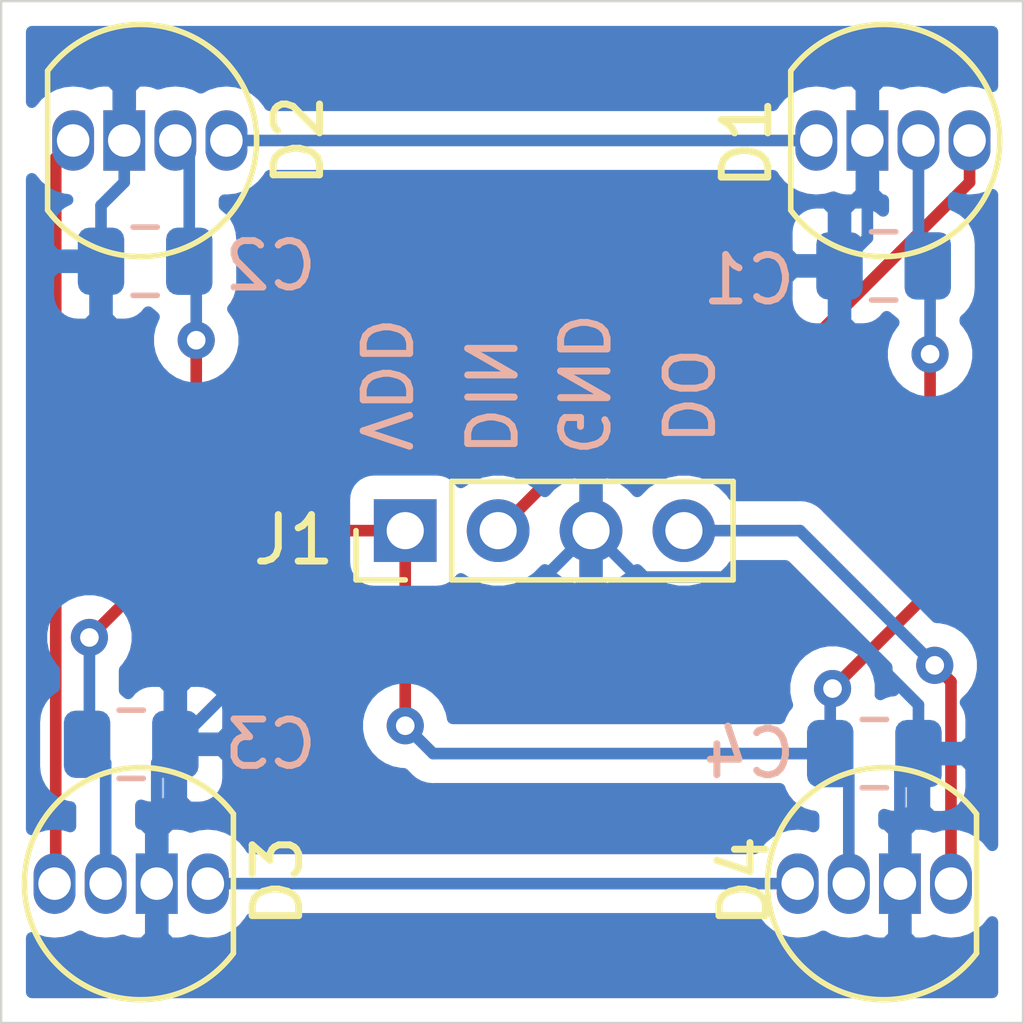
<source format=kicad_pcb>
(kicad_pcb (version 20171130) (host pcbnew 5.1.8+dfsg1-1+b1)

  (general
    (thickness 1.6)
    (drawings 10)
    (tracks 66)
    (zones 0)
    (modules 9)
    (nets 8)
  )

  (page A4)
  (layers
    (0 F.Cu signal)
    (31 B.Cu signal)
    (32 B.Adhes user)
    (33 F.Adhes user)
    (34 B.Paste user)
    (35 F.Paste user)
    (36 B.SilkS user)
    (37 F.SilkS user)
    (38 B.Mask user)
    (39 F.Mask user)
    (40 Dwgs.User user)
    (41 Cmts.User user)
    (42 Eco1.User user)
    (43 Eco2.User user)
    (44 Edge.Cuts user)
    (45 Margin user)
    (46 B.CrtYd user)
    (47 F.CrtYd user)
    (48 B.Fab user)
    (49 F.Fab user)
  )

  (setup
    (last_trace_width 0.25)
    (trace_clearance 0.2)
    (zone_clearance 0.508)
    (zone_45_only no)
    (trace_min 0.2)
    (via_size 0.8)
    (via_drill 0.4)
    (via_min_size 0.4)
    (via_min_drill 0.3)
    (uvia_size 0.3)
    (uvia_drill 0.1)
    (uvias_allowed no)
    (uvia_min_size 0.2)
    (uvia_min_drill 0.1)
    (edge_width 0.05)
    (segment_width 0.2)
    (pcb_text_width 0.3)
    (pcb_text_size 1.5 1.5)
    (mod_edge_width 0.12)
    (mod_text_size 1 1)
    (mod_text_width 0.15)
    (pad_size 1.524 1.524)
    (pad_drill 0.762)
    (pad_to_mask_clearance 0)
    (aux_axis_origin 0 0)
    (visible_elements FFFFFF7F)
    (pcbplotparams
      (layerselection 0x010fc_ffffffff)
      (usegerberextensions false)
      (usegerberattributes true)
      (usegerberadvancedattributes true)
      (creategerberjobfile true)
      (excludeedgelayer true)
      (linewidth 0.100000)
      (plotframeref false)
      (viasonmask false)
      (mode 1)
      (useauxorigin false)
      (hpglpennumber 1)
      (hpglpenspeed 20)
      (hpglpendiameter 15.000000)
      (psnegative false)
      (psa4output false)
      (plotreference true)
      (plotvalue true)
      (plotinvisibletext false)
      (padsonsilk false)
      (subtractmaskfromsilk false)
      (outputformat 1)
      (mirror false)
      (drillshape 0)
      (scaleselection 1)
      (outputdirectory "/tmp"))
  )

  (net 0 "")
  (net 1 "Net-(D1-Pad2)")
  (net 2 "Net-(D2-Pad2)")
  (net 3 "Net-(D3-Pad2)")
  (net 4 /GND)
  (net 5 /VDD)
  (net 6 /DIN)
  (net 7 /DO)

  (net_class Default "This is the default net class."
    (clearance 0.2)
    (trace_width 0.25)
    (via_dia 0.8)
    (via_drill 0.4)
    (uvia_dia 0.3)
    (uvia_drill 0.1)
    (add_net /DIN)
    (add_net /DO)
    (add_net /GND)
    (add_net /VDD)
    (add_net "Net-(D1-Pad2)")
    (add_net "Net-(D2-Pad2)")
    (add_net "Net-(D3-Pad2)")
  )

  (module pl:PL9823-F5 (layer F.Cu) (tedit 5FE4FDD4) (tstamp 5FE559C8)
    (at 197 95 180)
    (descr "integrate RGB LED with Control IC at same body")
    (tags rgb,led)
    (path /5FE50865)
    (fp_text reference D2 (at -3.4 0 90) (layer F.SilkS)
      (effects (font (size 1 1) (thickness 0.15)))
    )
    (fp_text value PL9823 (at 0.5 -3.5) (layer F.Fab) hide
      (effects (font (size 1 1) (thickness 0.15)))
    )
    (fp_line (start 2 -1.5) (end 2 1.5) (layer F.SilkS) (width 0.12))
    (fp_arc (start 0 0) (end 1.999999 -1.5) (angle -53.13010235) (layer F.SilkS) (width 0.12))
    (fp_arc (start 0 0) (end 0 -2.5) (angle -233.1301024) (layer F.SilkS) (width 0.12))
    (pad 2 thru_hole oval (at 1.45 0 180) (size 0.9 1.3) (drill 0.7) (layers *.Cu *.Mask)
      (net 2 "Net-(D2-Pad2)"))
    (pad 1 thru_hole rect (at 0.35 0 180) (size 0.9 1.3) (drill 0.7) (layers *.Cu *.Mask)
      (net 4 /GND))
    (pad 3 thru_hole oval (at -0.75 0 180) (size 0.9 1.3) (drill 0.7) (layers *.Cu *.Mask)
      (net 5 /VDD))
    (pad 4 thru_hole oval (at -1.85 0 180) (size 0.9 1.3) (drill 0.7) (layers *.Cu *.Mask)
      (net 1 "Net-(D1-Pad2)"))
  )

  (module Connector_PinHeader_2.00mm:PinHeader_1x04_P2.00mm_Vertical (layer F.Cu) (tedit 59FED667) (tstamp 5FE559F6)
    (at 202.7 103.4 90)
    (descr "Through hole straight pin header, 1x04, 2.00mm pitch, single row")
    (tags "Through hole pin header THT 1x04 2.00mm single row")
    (path /5FE524EF)
    (fp_text reference J1 (at -0.2 -2.4 180) (layer F.SilkS)
      (effects (font (size 1 1) (thickness 0.15)))
    )
    (fp_text value Conn_01x04_Male (at 0 8.06 90) (layer F.Fab) hide
      (effects (font (size 1 1) (thickness 0.15)))
    )
    (fp_line (start 1.5 -1.5) (end -1.5 -1.5) (layer F.CrtYd) (width 0.05))
    (fp_line (start 1.5 7.5) (end 1.5 -1.5) (layer F.CrtYd) (width 0.05))
    (fp_line (start -1.5 7.5) (end 1.5 7.5) (layer F.CrtYd) (width 0.05))
    (fp_line (start -1.5 -1.5) (end -1.5 7.5) (layer F.CrtYd) (width 0.05))
    (fp_line (start -1.06 -1.06) (end 0 -1.06) (layer F.SilkS) (width 0.12))
    (fp_line (start -1.06 0) (end -1.06 -1.06) (layer F.SilkS) (width 0.12))
    (fp_line (start -1.06 1) (end 1.06 1) (layer F.SilkS) (width 0.12))
    (fp_line (start 1.06 1) (end 1.06 7.06) (layer F.SilkS) (width 0.12))
    (fp_line (start -1.06 1) (end -1.06 7.06) (layer F.SilkS) (width 0.12))
    (fp_line (start -1.06 7.06) (end 1.06 7.06) (layer F.SilkS) (width 0.12))
    (fp_line (start -1 -0.5) (end -0.5 -1) (layer F.Fab) (width 0.1))
    (fp_line (start -1 7) (end -1 -0.5) (layer F.Fab) (width 0.1))
    (fp_line (start 1 7) (end -1 7) (layer F.Fab) (width 0.1))
    (fp_line (start 1 -1) (end 1 7) (layer F.Fab) (width 0.1))
    (fp_line (start -0.5 -1) (end 1 -1) (layer F.Fab) (width 0.1))
    (fp_text user %R (at 0 3) (layer F.Fab)
      (effects (font (size 1 1) (thickness 0.15)))
    )
    (pad 4 thru_hole oval (at 0 6 90) (size 1.35 1.35) (drill 0.8) (layers *.Cu *.Mask)
      (net 7 /DO))
    (pad 3 thru_hole oval (at 0 4 90) (size 1.35 1.35) (drill 0.8) (layers *.Cu *.Mask)
      (net 4 /GND))
    (pad 2 thru_hole oval (at 0 2 90) (size 1.35 1.35) (drill 0.8) (layers *.Cu *.Mask)
      (net 6 /DIN))
    (pad 1 thru_hole rect (at 0 0 90) (size 1.35 1.35) (drill 0.8) (layers *.Cu *.Mask)
      (net 5 /VDD))
    (model ${KISYS3DMOD}/Connector_PinHeader_2.00mm.3dshapes/PinHeader_1x04_P2.00mm_Vertical.wrl
      (at (xyz 0 0 0))
      (scale (xyz 1 1 1))
      (rotate (xyz 0 0 0))
    )
  )

  (module pl:PL9823-F5 (layer F.Cu) (tedit 5FE4FDD4) (tstamp 5FE55F4C)
    (at 213 111)
    (descr "integrate RGB LED with Control IC at same body")
    (tags rgb,led)
    (path /5FE51135)
    (fp_text reference D4 (at -3 -0.05 90) (layer F.SilkS)
      (effects (font (size 1 1) (thickness 0.15)))
    )
    (fp_text value PL9823 (at 0.5 -3.5) (layer F.Fab) hide
      (effects (font (size 1 1) (thickness 0.15)))
    )
    (fp_line (start 2 -1.5) (end 2 1.5) (layer F.SilkS) (width 0.12))
    (fp_arc (start 0 0) (end 1.999999 -1.5) (angle -53.13010235) (layer F.SilkS) (width 0.12))
    (fp_arc (start 0 0) (end 0 -2.5) (angle -233.1301024) (layer F.SilkS) (width 0.12))
    (pad 2 thru_hole oval (at 1.45 0) (size 0.9 1.3) (drill 0.7) (layers *.Cu *.Mask)
      (net 7 /DO))
    (pad 1 thru_hole rect (at 0.35 0) (size 0.9 1.3) (drill 0.7) (layers *.Cu *.Mask)
      (net 4 /GND))
    (pad 3 thru_hole oval (at -0.75 0) (size 0.9 1.3) (drill 0.7) (layers *.Cu *.Mask)
      (net 5 /VDD))
    (pad 4 thru_hole oval (at -1.85 0) (size 0.9 1.3) (drill 0.7) (layers *.Cu *.Mask)
      (net 3 "Net-(D3-Pad2)"))
  )

  (module pl:PL9823-F5 (layer F.Cu) (tedit 5FE4FDD4) (tstamp 5FE559D3)
    (at 197 111)
    (descr "integrate RGB LED with Control IC at same body")
    (tags rgb,led)
    (path /5FE50D40)
    (fp_text reference D3 (at 2.95 -0.05 90) (layer F.SilkS)
      (effects (font (size 1 1) (thickness 0.15)))
    )
    (fp_text value PL9823 (at 0.5 -3.5) (layer F.Fab) hide
      (effects (font (size 1 1) (thickness 0.15)))
    )
    (fp_line (start 2 -1.5) (end 2 1.5) (layer F.SilkS) (width 0.12))
    (fp_arc (start 0 0) (end 1.999999 -1.5) (angle -53.13010235) (layer F.SilkS) (width 0.12))
    (fp_arc (start 0 0) (end 0 -2.5) (angle -233.1301024) (layer F.SilkS) (width 0.12))
    (pad 2 thru_hole oval (at 1.45 0) (size 0.9 1.3) (drill 0.7) (layers *.Cu *.Mask)
      (net 3 "Net-(D3-Pad2)"))
    (pad 1 thru_hole rect (at 0.35 0) (size 0.9 1.3) (drill 0.7) (layers *.Cu *.Mask)
      (net 4 /GND))
    (pad 3 thru_hole oval (at -0.75 0) (size 0.9 1.3) (drill 0.7) (layers *.Cu *.Mask)
      (net 5 /VDD))
    (pad 4 thru_hole oval (at -1.85 0) (size 0.9 1.3) (drill 0.7) (layers *.Cu *.Mask)
      (net 2 "Net-(D2-Pad2)"))
  )

  (module pl:PL9823-F5 (layer F.Cu) (tedit 5FE4FDD4) (tstamp 5FE55B79)
    (at 213 95 180)
    (descr "integrate RGB LED with Control IC at same body")
    (tags rgb,led)
    (path /5FE504F0)
    (fp_text reference D1 (at 2.95 -0.05 90) (layer F.SilkS)
      (effects (font (size 1 1) (thickness 0.15)))
    )
    (fp_text value PL9823 (at 0.5 -3.5) (layer F.Fab) hide
      (effects (font (size 1 1) (thickness 0.15)))
    )
    (fp_line (start 2 -1.5) (end 2 1.5) (layer F.SilkS) (width 0.12))
    (fp_arc (start 0 0) (end 1.999999 -1.5) (angle -53.13010235) (layer F.SilkS) (width 0.12))
    (fp_arc (start 0 0) (end 0 -2.5) (angle -233.1301024) (layer F.SilkS) (width 0.12))
    (pad 2 thru_hole oval (at 1.45 0 180) (size 0.9 1.3) (drill 0.7) (layers *.Cu *.Mask)
      (net 1 "Net-(D1-Pad2)"))
    (pad 1 thru_hole rect (at 0.35 0 180) (size 0.9 1.3) (drill 0.7) (layers *.Cu *.Mask)
      (net 4 /GND))
    (pad 3 thru_hole oval (at -0.75 0 180) (size 0.9 1.3) (drill 0.7) (layers *.Cu *.Mask)
      (net 5 /VDD))
    (pad 4 thru_hole oval (at -1.85 0 180) (size 0.9 1.3) (drill 0.7) (layers *.Cu *.Mask)
      (net 6 /DIN))
  )

  (module Capacitor_SMD:C_0805_2012Metric (layer B.Cu) (tedit 5F68FEEE) (tstamp 5FE559B2)
    (at 212.8 108.2)
    (descr "Capacitor SMD 0805 (2012 Metric), square (rectangular) end terminal, IPC_7351 nominal, (Body size source: IPC-SM-782 page 76, https://www.pcb-3d.com/wordpress/wp-content/uploads/ipc-sm-782a_amendment_1_and_2.pdf, https://docs.google.com/spreadsheets/d/1BsfQQcO9C6DZCsRaXUlFlo91Tg2WpOkGARC1WS5S8t0/edit?usp=sharing), generated with kicad-footprint-generator")
    (tags capacitor)
    (path /5FE51D5A)
    (attr smd)
    (fp_text reference C4 (at -2.7 0) (layer B.SilkS)
      (effects (font (size 1 1) (thickness 0.15)) (justify mirror))
    )
    (fp_text value 100nf (at 0 -1.68) (layer B.Fab) hide
      (effects (font (size 1 1) (thickness 0.15)) (justify mirror))
    )
    (fp_line (start 1.7 -0.98) (end -1.7 -0.98) (layer B.CrtYd) (width 0.05))
    (fp_line (start 1.7 0.98) (end 1.7 -0.98) (layer B.CrtYd) (width 0.05))
    (fp_line (start -1.7 0.98) (end 1.7 0.98) (layer B.CrtYd) (width 0.05))
    (fp_line (start -1.7 -0.98) (end -1.7 0.98) (layer B.CrtYd) (width 0.05))
    (fp_line (start -0.261252 -0.735) (end 0.261252 -0.735) (layer B.SilkS) (width 0.12))
    (fp_line (start -0.261252 0.735) (end 0.261252 0.735) (layer B.SilkS) (width 0.12))
    (fp_line (start 1 -0.625) (end -1 -0.625) (layer B.Fab) (width 0.1))
    (fp_line (start 1 0.625) (end 1 -0.625) (layer B.Fab) (width 0.1))
    (fp_line (start -1 0.625) (end 1 0.625) (layer B.Fab) (width 0.1))
    (fp_line (start -1 -0.625) (end -1 0.625) (layer B.Fab) (width 0.1))
    (fp_text user %R (at 0 0) (layer B.Fab)
      (effects (font (size 0.5 0.5) (thickness 0.08)) (justify mirror))
    )
    (pad 2 smd roundrect (at 0.95 0) (size 1 1.45) (layers B.Cu B.Paste B.Mask) (roundrect_rratio 0.25)
      (net 4 /GND))
    (pad 1 smd roundrect (at -0.95 0) (size 1 1.45) (layers B.Cu B.Paste B.Mask) (roundrect_rratio 0.25)
      (net 5 /VDD))
    (model ${KISYS3DMOD}/Capacitor_SMD.3dshapes/C_0805_2012Metric.wrl
      (at (xyz 0 0 0))
      (scale (xyz 1 1 1))
      (rotate (xyz 0 0 0))
    )
  )

  (module Capacitor_SMD:C_0805_2012Metric (layer B.Cu) (tedit 5F68FEEE) (tstamp 5FE559A1)
    (at 196.8 108)
    (descr "Capacitor SMD 0805 (2012 Metric), square (rectangular) end terminal, IPC_7351 nominal, (Body size source: IPC-SM-782 page 76, https://www.pcb-3d.com/wordpress/wp-content/uploads/ipc-sm-782a_amendment_1_and_2.pdf, https://docs.google.com/spreadsheets/d/1BsfQQcO9C6DZCsRaXUlFlo91Tg2WpOkGARC1WS5S8t0/edit?usp=sharing), generated with kicad-footprint-generator")
    (tags capacitor)
    (path /5FE51B71)
    (attr smd)
    (fp_text reference C3 (at 3 0) (layer B.SilkS)
      (effects (font (size 1 1) (thickness 0.15)) (justify mirror))
    )
    (fp_text value 100nf (at 0 -1.68) (layer B.Fab) hide
      (effects (font (size 1 1) (thickness 0.15)) (justify mirror))
    )
    (fp_line (start 1.7 -0.98) (end -1.7 -0.98) (layer B.CrtYd) (width 0.05))
    (fp_line (start 1.7 0.98) (end 1.7 -0.98) (layer B.CrtYd) (width 0.05))
    (fp_line (start -1.7 0.98) (end 1.7 0.98) (layer B.CrtYd) (width 0.05))
    (fp_line (start -1.7 -0.98) (end -1.7 0.98) (layer B.CrtYd) (width 0.05))
    (fp_line (start -0.261252 -0.735) (end 0.261252 -0.735) (layer B.SilkS) (width 0.12))
    (fp_line (start -0.261252 0.735) (end 0.261252 0.735) (layer B.SilkS) (width 0.12))
    (fp_line (start 1 -0.625) (end -1 -0.625) (layer B.Fab) (width 0.1))
    (fp_line (start 1 0.625) (end 1 -0.625) (layer B.Fab) (width 0.1))
    (fp_line (start -1 0.625) (end 1 0.625) (layer B.Fab) (width 0.1))
    (fp_line (start -1 -0.625) (end -1 0.625) (layer B.Fab) (width 0.1))
    (fp_text user %R (at 0 0) (layer B.Fab)
      (effects (font (size 0.5 0.5) (thickness 0.08)) (justify mirror))
    )
    (pad 2 smd roundrect (at 0.95 0) (size 1 1.45) (layers B.Cu B.Paste B.Mask) (roundrect_rratio 0.25)
      (net 4 /GND))
    (pad 1 smd roundrect (at -0.95 0) (size 1 1.45) (layers B.Cu B.Paste B.Mask) (roundrect_rratio 0.25)
      (net 5 /VDD))
    (model ${KISYS3DMOD}/Capacitor_SMD.3dshapes/C_0805_2012Metric.wrl
      (at (xyz 0 0 0))
      (scale (xyz 1 1 1))
      (rotate (xyz 0 0 0))
    )
  )

  (module Capacitor_SMD:C_0805_2012Metric (layer B.Cu) (tedit 5F68FEEE) (tstamp 5FE55990)
    (at 197.1 97.6 180)
    (descr "Capacitor SMD 0805 (2012 Metric), square (rectangular) end terminal, IPC_7351 nominal, (Body size source: IPC-SM-782 page 76, https://www.pcb-3d.com/wordpress/wp-content/uploads/ipc-sm-782a_amendment_1_and_2.pdf, https://docs.google.com/spreadsheets/d/1BsfQQcO9C6DZCsRaXUlFlo91Tg2WpOkGARC1WS5S8t0/edit?usp=sharing), generated with kicad-footprint-generator")
    (tags capacitor)
    (path /5FE51942)
    (attr smd)
    (fp_text reference C2 (at -2.7 -0.1) (layer B.SilkS)
      (effects (font (size 1 1) (thickness 0.15)) (justify mirror))
    )
    (fp_text value 100nf (at 0 -1.68) (layer B.Fab) hide
      (effects (font (size 1 1) (thickness 0.15)) (justify mirror))
    )
    (fp_line (start 1.7 -0.98) (end -1.7 -0.98) (layer B.CrtYd) (width 0.05))
    (fp_line (start 1.7 0.98) (end 1.7 -0.98) (layer B.CrtYd) (width 0.05))
    (fp_line (start -1.7 0.98) (end 1.7 0.98) (layer B.CrtYd) (width 0.05))
    (fp_line (start -1.7 -0.98) (end -1.7 0.98) (layer B.CrtYd) (width 0.05))
    (fp_line (start -0.261252 -0.735) (end 0.261252 -0.735) (layer B.SilkS) (width 0.12))
    (fp_line (start -0.261252 0.735) (end 0.261252 0.735) (layer B.SilkS) (width 0.12))
    (fp_line (start 1 -0.625) (end -1 -0.625) (layer B.Fab) (width 0.1))
    (fp_line (start 1 0.625) (end 1 -0.625) (layer B.Fab) (width 0.1))
    (fp_line (start -1 0.625) (end 1 0.625) (layer B.Fab) (width 0.1))
    (fp_line (start -1 -0.625) (end -1 0.625) (layer B.Fab) (width 0.1))
    (fp_text user %R (at 0 0) (layer B.Fab)
      (effects (font (size 0.5 0.5) (thickness 0.08)) (justify mirror))
    )
    (pad 2 smd roundrect (at 0.95 0 180) (size 1 1.45) (layers B.Cu B.Paste B.Mask) (roundrect_rratio 0.25)
      (net 4 /GND))
    (pad 1 smd roundrect (at -0.95 0 180) (size 1 1.45) (layers B.Cu B.Paste B.Mask) (roundrect_rratio 0.25)
      (net 5 /VDD))
    (model ${KISYS3DMOD}/Capacitor_SMD.3dshapes/C_0805_2012Metric.wrl
      (at (xyz 0 0 0))
      (scale (xyz 1 1 1))
      (rotate (xyz 0 0 0))
    )
  )

  (module Capacitor_SMD:C_0805_2012Metric (layer B.Cu) (tedit 5F68FEEE) (tstamp 5FE5597F)
    (at 213 97.7 180)
    (descr "Capacitor SMD 0805 (2012 Metric), square (rectangular) end terminal, IPC_7351 nominal, (Body size source: IPC-SM-782 page 76, https://www.pcb-3d.com/wordpress/wp-content/uploads/ipc-sm-782a_amendment_1_and_2.pdf, https://docs.google.com/spreadsheets/d/1BsfQQcO9C6DZCsRaXUlFlo91Tg2WpOkGARC1WS5S8t0/edit?usp=sharing), generated with kicad-footprint-generator")
    (tags capacitor)
    (path /5FE516D3)
    (attr smd)
    (fp_text reference C1 (at 2.9 -0.3) (layer B.SilkS)
      (effects (font (size 1 1) (thickness 0.15)) (justify mirror))
    )
    (fp_text value 100nf (at 0 -1.68) (layer B.Fab) hide
      (effects (font (size 1 1) (thickness 0.15)) (justify mirror))
    )
    (fp_line (start 1.7 -0.98) (end -1.7 -0.98) (layer B.CrtYd) (width 0.05))
    (fp_line (start 1.7 0.98) (end 1.7 -0.98) (layer B.CrtYd) (width 0.05))
    (fp_line (start -1.7 0.98) (end 1.7 0.98) (layer B.CrtYd) (width 0.05))
    (fp_line (start -1.7 -0.98) (end -1.7 0.98) (layer B.CrtYd) (width 0.05))
    (fp_line (start -0.261252 -0.735) (end 0.261252 -0.735) (layer B.SilkS) (width 0.12))
    (fp_line (start -0.261252 0.735) (end 0.261252 0.735) (layer B.SilkS) (width 0.12))
    (fp_line (start 1 -0.625) (end -1 -0.625) (layer B.Fab) (width 0.1))
    (fp_line (start 1 0.625) (end 1 -0.625) (layer B.Fab) (width 0.1))
    (fp_line (start -1 0.625) (end 1 0.625) (layer B.Fab) (width 0.1))
    (fp_line (start -1 -0.625) (end -1 0.625) (layer B.Fab) (width 0.1))
    (fp_text user %R (at 0 0) (layer B.Fab)
      (effects (font (size 0.5 0.5) (thickness 0.08)) (justify mirror))
    )
    (pad 2 smd roundrect (at 0.95 0 180) (size 1 1.45) (layers B.Cu B.Paste B.Mask) (roundrect_rratio 0.25)
      (net 4 /GND))
    (pad 1 smd roundrect (at -0.95 0 180) (size 1 1.45) (layers B.Cu B.Paste B.Mask) (roundrect_rratio 0.25)
      (net 5 /VDD))
    (model ${KISYS3DMOD}/Capacitor_SMD.3dshapes/C_0805_2012Metric.wrl
      (at (xyz 0 0 0))
      (scale (xyz 1 1 1))
      (rotate (xyz 0 0 0))
    )
  )

  (gr_text DO (at 208.75 100.5 270) (layer B.SilkS)
    (effects (font (size 1 1) (thickness 0.15)) (justify mirror))
  )
  (gr_text GND (at 206.5 100.25 270) (layer B.SilkS)
    (effects (font (size 1 1) (thickness 0.15)) (justify mirror))
  )
  (gr_text DIN (at 204.5 100.5 270) (layer B.SilkS)
    (effects (font (size 1 1) (thickness 0.15)) (justify mirror))
  )
  (gr_text VDD (at 202.25 100.25 270) (layer B.SilkS)
    (effects (font (size 1 1) (thickness 0.15)) (justify mirror))
  )
  (gr_line (start 194 92) (end 216 92) (layer Edge.Cuts) (width 0.05))
  (gr_line (start 194 96) (end 194 92) (layer Edge.Cuts) (width 0.05))
  (gr_line (start 194 114) (end 194 96) (layer Edge.Cuts) (width 0.05))
  (gr_line (start 197 114) (end 194 114) (layer Edge.Cuts) (width 0.05))
  (gr_line (start 216 114) (end 197 114) (layer Edge.Cuts) (width 0.05))
  (gr_line (start 216 92) (end 216 114) (layer Edge.Cuts) (width 0.05))

  (segment (start 211.55 95) (end 198.85 95) (width 0.25) (layer B.Cu) (net 1))
  (segment (start 195.174999 110.975001) (end 195.15 111) (width 0.25) (layer F.Cu) (net 2))
  (segment (start 195.174999 95.375001) (end 195.174999 110.975001) (width 0.25) (layer F.Cu) (net 2))
  (segment (start 195.55 95) (end 195.174999 95.375001) (width 0.25) (layer F.Cu) (net 2))
  (segment (start 211.15 111) (end 198.45 111) (width 0.25) (layer B.Cu) (net 3))
  (segment (start 212.65 97.1) (end 212.05 97.7) (width 0.25) (layer B.Cu) (net 4))
  (segment (start 212.65 95) (end 212.65 97.1) (width 0.25) (layer B.Cu) (net 4))
  (segment (start 196.15 96.4) (end 196.15 97.6) (width 0.25) (layer B.Cu) (net 4))
  (segment (start 196.65 95.9) (end 196.15 96.4) (width 0.25) (layer B.Cu) (net 4))
  (segment (start 196.65 95) (end 196.65 95.9) (width 0.25) (layer B.Cu) (net 4))
  (segment (start 197.35 108.4) (end 197.35 111) (width 0.25) (layer B.Cu) (net 4))
  (segment (start 197.75 108) (end 197.35 108.4) (width 0.25) (layer B.Cu) (net 4))
  (segment (start 213.35 108.6) (end 213.35 111) (width 0.25) (layer B.Cu) (net 4))
  (segment (start 213.75 108.2) (end 213.35 108.6) (width 0.25) (layer B.Cu) (net 4))
  (segment (start 212.05 97.7) (end 209 97.7) (width 0.25) (layer B.Cu) (net 4))
  (segment (start 206.7 100) (end 206.7 103.4) (width 0.25) (layer B.Cu) (net 4))
  (segment (start 209 97.7) (end 206.7 100) (width 0.25) (layer B.Cu) (net 4))
  (segment (start 207.700001 104.400001) (end 211.000001 104.400001) (width 0.25) (layer B.Cu) (net 4))
  (segment (start 206.7 103.4) (end 207.700001 104.400001) (width 0.25) (layer B.Cu) (net 4))
  (segment (start 213.75 107.15) (end 213.75 108.2) (width 0.25) (layer B.Cu) (net 4))
  (segment (start 211.000001 104.400001) (end 213.75 107.15) (width 0.25) (layer B.Cu) (net 4))
  (segment (start 206.7 103.4) (end 204.5 105.6) (width 0.25) (layer B.Cu) (net 4))
  (segment (start 200.15 105.6) (end 197.75 108) (width 0.25) (layer B.Cu) (net 4))
  (segment (start 196.15 97.6) (end 196.15 102.65) (width 0.25) (layer B.Cu) (net 4))
  (segment (start 199.1 105.6) (end 200.7 105.6) (width 0.25) (layer B.Cu) (net 4))
  (segment (start 196.15 102.65) (end 199.1 105.6) (width 0.25) (layer B.Cu) (net 4))
  (segment (start 200.7 105.6) (end 200.15 105.6) (width 0.25) (layer B.Cu) (net 4))
  (segment (start 204.5 105.6) (end 200.7 105.6) (width 0.25) (layer B.Cu) (net 4))
  (segment (start 213.75 97.5) (end 213.95 97.7) (width 0.25) (layer B.Cu) (net 5))
  (segment (start 213.75 95) (end 213.75 97.5) (width 0.25) (layer B.Cu) (net 5))
  (segment (start 198.05 95.3) (end 197.75 95) (width 0.25) (layer B.Cu) (net 5))
  (segment (start 198.05 97.6) (end 198.05 95.3) (width 0.25) (layer B.Cu) (net 5))
  (segment (start 196.25 108.4) (end 196.25 111) (width 0.25) (layer B.Cu) (net 5))
  (segment (start 195.85 108) (end 196.25 108.4) (width 0.25) (layer B.Cu) (net 5))
  (segment (start 212.25 108.6) (end 212.25 111) (width 0.25) (layer B.Cu) (net 5))
  (segment (start 211.85 108.2) (end 212.25 108.6) (width 0.25) (layer B.Cu) (net 5))
  (segment (start 202.7 103.4) (end 198.2 103.4) (width 0.25) (layer F.Cu) (net 5))
  (via (at 195.9 105.7) (size 0.8) (drill 0.4) (layers F.Cu B.Cu) (net 5))
  (segment (start 198.2 103.4) (end 195.9 105.7) (width 0.25) (layer F.Cu) (net 5))
  (segment (start 195.9 107.95) (end 195.85 108) (width 0.25) (layer B.Cu) (net 5))
  (segment (start 195.9 105.7) (end 195.9 107.95) (width 0.25) (layer B.Cu) (net 5))
  (via (at 202.7 107.6) (size 0.8) (drill 0.4) (layers F.Cu B.Cu) (net 5))
  (segment (start 203.3 108.2) (end 202.7 107.6) (width 0.25) (layer B.Cu) (net 5))
  (segment (start 211.85 108.2) (end 203.3 108.2) (width 0.25) (layer B.Cu) (net 5))
  (segment (start 202.7 107.6) (end 202.7 103.4) (width 0.25) (layer F.Cu) (net 5))
  (via (at 198.2 99.3) (size 0.8) (drill 0.4) (layers F.Cu B.Cu) (net 5))
  (segment (start 198.2 103.4) (end 198.2 99.3) (width 0.25) (layer F.Cu) (net 5))
  (segment (start 198.2 97.75) (end 198.05 97.6) (width 0.25) (layer B.Cu) (net 5))
  (segment (start 198.2 99.3) (end 198.2 97.75) (width 0.25) (layer B.Cu) (net 5))
  (via (at 211.9 106.8) (size 0.8) (drill 0.4) (layers F.Cu B.Cu) (net 5))
  (segment (start 211.85 106.85) (end 211.9 106.8) (width 0.25) (layer B.Cu) (net 5))
  (segment (start 211.85 108.2) (end 211.85 106.85) (width 0.25) (layer B.Cu) (net 5))
  (segment (start 214 104.7) (end 214 99.6) (width 0.25) (layer F.Cu) (net 5))
  (via (at 214 99.6) (size 0.8) (drill 0.4) (layers F.Cu B.Cu) (net 5))
  (segment (start 211.9 106.8) (end 214 104.7) (width 0.25) (layer F.Cu) (net 5))
  (segment (start 214 97.75) (end 213.95 97.7) (width 0.25) (layer B.Cu) (net 5))
  (segment (start 214 99.6) (end 214 97.75) (width 0.25) (layer B.Cu) (net 5))
  (segment (start 214.85 95.9) (end 210.55 100.2) (width 0.25) (layer F.Cu) (net 6))
  (segment (start 214.85 95) (end 214.85 95.9) (width 0.25) (layer F.Cu) (net 6))
  (segment (start 207.9 100.2) (end 204.7 103.4) (width 0.25) (layer F.Cu) (net 6))
  (segment (start 210.55 100.2) (end 207.9 100.2) (width 0.25) (layer F.Cu) (net 6))
  (via (at 214.1 106.3) (size 0.8) (drill 0.4) (layers F.Cu B.Cu) (net 7))
  (segment (start 214.45 106.65) (end 214.1 106.3) (width 0.25) (layer F.Cu) (net 7))
  (segment (start 214.45 111) (end 214.45 106.65) (width 0.25) (layer F.Cu) (net 7))
  (segment (start 211.2 103.4) (end 208.7 103.4) (width 0.25) (layer B.Cu) (net 7))
  (segment (start 214.1 106.3) (end 211.2 103.4) (width 0.25) (layer B.Cu) (net 7))

  (zone (net 4) (net_name /GND) (layer B.Cu) (tstamp 5FEA4388) (hatch edge 0.508)
    (connect_pads (clearance 0.508))
    (min_thickness 0.254)
    (fill yes (arc_segments 32) (thermal_gap 0.508) (thermal_bridge_width 0.508))
    (polygon
      (pts
        (xy 215.75 113.75) (xy 194.25 113.75) (xy 194.25 92.25) (xy 215.75 92.25)
      )
    )
    (filled_polygon
      (pts
        (xy 215.34 93.831643) (xy 215.26722 93.792741) (xy 215.062697 93.7307) (xy 214.85 93.709751) (xy 214.637304 93.7307)
        (xy 214.432781 93.792741) (xy 214.3 93.863714) (xy 214.16722 93.792741) (xy 213.962697 93.7307) (xy 213.75 93.709751)
        (xy 213.537304 93.7307) (xy 213.378535 93.778862) (xy 213.34418 93.760498) (xy 213.224482 93.724188) (xy 213.1 93.711928)
        (xy 212.93575 93.715) (xy 212.777 93.87375) (xy 212.777 94.318687) (xy 212.742741 94.38278) (xy 212.6807 94.587303)
        (xy 212.665 94.746706) (xy 212.665 95.253293) (xy 212.6807 95.412696) (xy 212.742741 95.617219) (xy 212.777 95.681313)
        (xy 212.777 96.12625) (xy 212.93575 96.285) (xy 212.990001 96.286015) (xy 212.990001 96.514636) (xy 212.904494 96.444463)
        (xy 212.79418 96.385498) (xy 212.674482 96.349188) (xy 212.55 96.336928) (xy 212.33575 96.34) (xy 212.177 96.49875)
        (xy 212.177 97.573) (xy 212.197 97.573) (xy 212.197 97.827) (xy 212.177 97.827) (xy 212.177 98.90125)
        (xy 212.33575 99.06) (xy 212.55 99.063072) (xy 212.674482 99.050812) (xy 212.79418 99.014502) (xy 212.904494 98.955537)
        (xy 213.001185 98.876185) (xy 213.066658 98.796406) (xy 213.072038 98.802962) (xy 213.206614 98.913405) (xy 213.217217 98.919072)
        (xy 213.196063 98.940226) (xy 213.082795 99.109744) (xy 213.004774 99.298102) (xy 212.965 99.498061) (xy 212.965 99.701939)
        (xy 213.004774 99.901898) (xy 213.082795 100.090256) (xy 213.196063 100.259774) (xy 213.340226 100.403937) (xy 213.509744 100.517205)
        (xy 213.698102 100.595226) (xy 213.898061 100.635) (xy 214.101939 100.635) (xy 214.301898 100.595226) (xy 214.490256 100.517205)
        (xy 214.659774 100.403937) (xy 214.803937 100.259774) (xy 214.917205 100.090256) (xy 214.995226 99.901898) (xy 215.035 99.701939)
        (xy 215.035 99.498061) (xy 214.995226 99.298102) (xy 214.917205 99.109744) (xy 214.803937 98.940226) (xy 214.76 98.896289)
        (xy 214.76 98.858737) (xy 214.827962 98.802962) (xy 214.938405 98.668386) (xy 215.020472 98.51485) (xy 215.071008 98.348254)
        (xy 215.088072 98.175) (xy 215.088072 97.225) (xy 215.071008 97.051746) (xy 215.020472 96.88515) (xy 214.938405 96.731614)
        (xy 214.827962 96.597038) (xy 214.693386 96.486595) (xy 214.53985 96.404528) (xy 214.51 96.395473) (xy 214.51 96.230683)
        (xy 214.637303 96.2693) (xy 214.85 96.290249) (xy 215.062696 96.2693) (xy 215.267219 96.207259) (xy 215.34 96.168357)
        (xy 215.340001 110.174175) (xy 215.220922 110.029078) (xy 215.05571 109.893491) (xy 214.867219 109.792741) (xy 214.662696 109.7307)
        (xy 214.45 109.709751) (xy 214.237303 109.7307) (xy 214.078535 109.778861) (xy 214.04418 109.760498) (xy 213.924482 109.724188)
        (xy 213.8 109.711928) (xy 213.63575 109.715) (xy 213.477 109.87375) (xy 213.477 110.318687) (xy 213.442741 110.382781)
        (xy 213.3807 110.587304) (xy 213.365 110.746707) (xy 213.365 111.253294) (xy 213.3807 111.412697) (xy 213.442741 111.61722)
        (xy 213.477 111.681313) (xy 213.477 112.12625) (xy 213.63575 112.285) (xy 213.8 112.288072) (xy 213.924482 112.275812)
        (xy 214.04418 112.239502) (xy 214.078535 112.221138) (xy 214.237304 112.2693) (xy 214.45 112.290249) (xy 214.662697 112.2693)
        (xy 214.86722 112.207259) (xy 215.05571 112.106509) (xy 215.220922 111.970922) (xy 215.340001 111.825825) (xy 215.340001 113.34)
        (xy 194.66 113.34) (xy 194.66 112.168357) (xy 194.732781 112.207259) (xy 194.937304 112.2693) (xy 195.15 112.290249)
        (xy 195.362697 112.2693) (xy 195.56722 112.207259) (xy 195.700001 112.136286) (xy 195.832781 112.207259) (xy 196.037304 112.2693)
        (xy 196.25 112.290249) (xy 196.462697 112.2693) (xy 196.621465 112.221139) (xy 196.65582 112.239502) (xy 196.775518 112.275812)
        (xy 196.9 112.288072) (xy 197.06425 112.285) (xy 197.223 112.12625) (xy 197.223 111.681313) (xy 197.257259 111.617219)
        (xy 197.3193 111.412696) (xy 197.335 111.253293) (xy 197.335 110.746707) (xy 197.365 110.746707) (xy 197.365 111.253294)
        (xy 197.3807 111.412697) (xy 197.442741 111.61722) (xy 197.477 111.681313) (xy 197.477 112.12625) (xy 197.63575 112.285)
        (xy 197.8 112.288072) (xy 197.924482 112.275812) (xy 198.04418 112.239502) (xy 198.078535 112.221138) (xy 198.237304 112.2693)
        (xy 198.45 112.290249) (xy 198.662697 112.2693) (xy 198.86722 112.207259) (xy 199.05571 112.106509) (xy 199.220922 111.970922)
        (xy 199.356509 111.80571) (xy 199.380941 111.76) (xy 210.219059 111.76) (xy 210.243492 111.80571) (xy 210.379079 111.970922)
        (xy 210.544291 112.106509) (xy 210.732781 112.207259) (xy 210.937304 112.2693) (xy 211.15 112.290249) (xy 211.362697 112.2693)
        (xy 211.56722 112.207259) (xy 211.700001 112.136286) (xy 211.832781 112.207259) (xy 212.037304 112.2693) (xy 212.25 112.290249)
        (xy 212.462697 112.2693) (xy 212.621465 112.221139) (xy 212.65582 112.239502) (xy 212.775518 112.275812) (xy 212.9 112.288072)
        (xy 213.06425 112.285) (xy 213.223 112.12625) (xy 213.223 111.681313) (xy 213.257259 111.617219) (xy 213.3193 111.412696)
        (xy 213.335 111.253293) (xy 213.335 110.746706) (xy 213.3193 110.587303) (xy 213.257259 110.38278) (xy 213.223 110.318686)
        (xy 213.223 109.87375) (xy 213.06425 109.715) (xy 213.01 109.713985) (xy 213.01 109.51577) (xy 213.125518 109.550812)
        (xy 213.25 109.563072) (xy 213.46425 109.56) (xy 213.623 109.40125) (xy 213.623 108.327) (xy 213.877 108.327)
        (xy 213.877 109.40125) (xy 214.03575 109.56) (xy 214.25 109.563072) (xy 214.374482 109.550812) (xy 214.49418 109.514502)
        (xy 214.604494 109.455537) (xy 214.701185 109.376185) (xy 214.780537 109.279494) (xy 214.839502 109.16918) (xy 214.875812 109.049482)
        (xy 214.888072 108.925) (xy 214.885 108.48575) (xy 214.72625 108.327) (xy 213.877 108.327) (xy 213.623 108.327)
        (xy 213.603 108.327) (xy 213.603 108.073) (xy 213.623 108.073) (xy 213.623 108.053) (xy 213.877 108.053)
        (xy 213.877 108.073) (xy 214.72625 108.073) (xy 214.885 107.91425) (xy 214.888072 107.475) (xy 214.875812 107.350518)
        (xy 214.839502 107.23082) (xy 214.780537 107.120506) (xy 214.763709 107.100002) (xy 214.903937 106.959774) (xy 215.017205 106.790256)
        (xy 215.095226 106.601898) (xy 215.135 106.401939) (xy 215.135 106.198061) (xy 215.095226 105.998102) (xy 215.017205 105.809744)
        (xy 214.903937 105.640226) (xy 214.759774 105.496063) (xy 214.590256 105.382795) (xy 214.401898 105.304774) (xy 214.201939 105.265)
        (xy 214.139802 105.265) (xy 211.763804 102.889003) (xy 211.740001 102.859999) (xy 211.624276 102.765026) (xy 211.492247 102.694454)
        (xy 211.348986 102.650997) (xy 211.237333 102.64) (xy 211.237322 102.64) (xy 211.2 102.636324) (xy 211.162678 102.64)
        (xy 209.767709 102.64) (xy 209.717544 102.564923) (xy 209.535077 102.382456) (xy 209.320518 102.239093) (xy 209.082113 102.140342)
        (xy 208.829024 102.09) (xy 208.570976 102.09) (xy 208.317887 102.140342) (xy 208.079482 102.239093) (xy 207.864923 102.382456)
        (xy 207.693319 102.55406) (xy 207.571227 102.421697) (xy 207.363629 102.270527) (xy 207.130528 102.162762) (xy 207.0294 102.13209)
        (xy 206.827 102.255776) (xy 206.827 103.273) (xy 206.847 103.273) (xy 206.847 103.527) (xy 206.827 103.527)
        (xy 206.827 104.544224) (xy 207.0294 104.66791) (xy 207.130528 104.637238) (xy 207.363629 104.529473) (xy 207.571227 104.378303)
        (xy 207.693319 104.24594) (xy 207.864923 104.417544) (xy 208.079482 104.560907) (xy 208.317887 104.659658) (xy 208.570976 104.71)
        (xy 208.829024 104.71) (xy 209.082113 104.659658) (xy 209.320518 104.560907) (xy 209.535077 104.417544) (xy 209.717544 104.235077)
        (xy 209.767709 104.16) (xy 210.885199 104.16) (xy 213.065 106.339802) (xy 213.065 106.401939) (xy 213.104774 106.601898)
        (xy 213.182795 106.790256) (xy 213.216204 106.840256) (xy 213.125518 106.849188) (xy 213.00582 106.885498) (xy 212.930234 106.9259)
        (xy 212.935 106.901939) (xy 212.935 106.698061) (xy 212.895226 106.498102) (xy 212.817205 106.309744) (xy 212.703937 106.140226)
        (xy 212.559774 105.996063) (xy 212.390256 105.882795) (xy 212.201898 105.804774) (xy 212.001939 105.765) (xy 211.798061 105.765)
        (xy 211.598102 105.804774) (xy 211.409744 105.882795) (xy 211.240226 105.996063) (xy 211.096063 106.140226) (xy 210.982795 106.309744)
        (xy 210.904774 106.498102) (xy 210.865 106.698061) (xy 210.865 106.901939) (xy 210.904774 107.101898) (xy 210.925998 107.153138)
        (xy 210.861595 107.231614) (xy 210.779528 107.38515) (xy 210.76289 107.44) (xy 203.723451 107.44) (xy 203.695226 107.298102)
        (xy 203.617205 107.109744) (xy 203.503937 106.940226) (xy 203.359774 106.796063) (xy 203.190256 106.682795) (xy 203.001898 106.604774)
        (xy 202.801939 106.565) (xy 202.598061 106.565) (xy 202.398102 106.604774) (xy 202.209744 106.682795) (xy 202.040226 106.796063)
        (xy 201.896063 106.940226) (xy 201.782795 107.109744) (xy 201.704774 107.298102) (xy 201.665 107.498061) (xy 201.665 107.701939)
        (xy 201.704774 107.901898) (xy 201.782795 108.090256) (xy 201.896063 108.259774) (xy 202.040226 108.403937) (xy 202.209744 108.517205)
        (xy 202.398102 108.595226) (xy 202.598061 108.635) (xy 202.660198 108.635) (xy 202.7362 108.711002) (xy 202.759999 108.740001)
        (xy 202.788997 108.763799) (xy 202.875723 108.834974) (xy 202.982871 108.892246) (xy 203.007753 108.905546) (xy 203.151014 108.949003)
        (xy 203.262667 108.96) (xy 203.262676 108.96) (xy 203.299999 108.963676) (xy 203.337322 108.96) (xy 210.76289 108.96)
        (xy 210.779528 109.01485) (xy 210.861595 109.168386) (xy 210.972038 109.302962) (xy 211.106614 109.413405) (xy 211.26015 109.495472)
        (xy 211.426746 109.546008) (xy 211.49 109.552238) (xy 211.49 109.769317) (xy 211.362696 109.7307) (xy 211.15 109.709751)
        (xy 210.937303 109.7307) (xy 210.73278 109.792741) (xy 210.54429 109.893491) (xy 210.379078 110.029078) (xy 210.243491 110.19429)
        (xy 210.219059 110.24) (xy 199.380942 110.24) (xy 199.356509 110.19429) (xy 199.220922 110.029078) (xy 199.05571 109.893491)
        (xy 198.867219 109.792741) (xy 198.662696 109.7307) (xy 198.45 109.709751) (xy 198.237303 109.7307) (xy 198.078535 109.778861)
        (xy 198.04418 109.760498) (xy 197.924482 109.724188) (xy 197.8 109.711928) (xy 197.63575 109.715) (xy 197.477 109.87375)
        (xy 197.477 110.318687) (xy 197.442741 110.382781) (xy 197.3807 110.587304) (xy 197.365 110.746707) (xy 197.335 110.746707)
        (xy 197.335 110.746706) (xy 197.3193 110.587303) (xy 197.257259 110.38278) (xy 197.223 110.318686) (xy 197.223 109.87375)
        (xy 197.06425 109.715) (xy 197.01 109.713985) (xy 197.01 109.31577) (xy 197.125518 109.350812) (xy 197.25 109.363072)
        (xy 197.46425 109.36) (xy 197.623 109.20125) (xy 197.623 108.127) (xy 197.877 108.127) (xy 197.877 109.20125)
        (xy 198.03575 109.36) (xy 198.25 109.363072) (xy 198.374482 109.350812) (xy 198.49418 109.314502) (xy 198.604494 109.255537)
        (xy 198.701185 109.176185) (xy 198.780537 109.079494) (xy 198.839502 108.96918) (xy 198.875812 108.849482) (xy 198.888072 108.725)
        (xy 198.885 108.28575) (xy 198.72625 108.127) (xy 197.877 108.127) (xy 197.623 108.127) (xy 197.603 108.127)
        (xy 197.603 107.873) (xy 197.623 107.873) (xy 197.623 106.79875) (xy 197.877 106.79875) (xy 197.877 107.873)
        (xy 198.72625 107.873) (xy 198.885 107.71425) (xy 198.888072 107.275) (xy 198.875812 107.150518) (xy 198.839502 107.03082)
        (xy 198.780537 106.920506) (xy 198.701185 106.823815) (xy 198.604494 106.744463) (xy 198.49418 106.685498) (xy 198.374482 106.649188)
        (xy 198.25 106.636928) (xy 198.03575 106.64) (xy 197.877 106.79875) (xy 197.623 106.79875) (xy 197.46425 106.64)
        (xy 197.25 106.636928) (xy 197.125518 106.649188) (xy 197.00582 106.685498) (xy 196.895506 106.744463) (xy 196.798815 106.823815)
        (xy 196.733342 106.903594) (xy 196.727962 106.897038) (xy 196.66 106.841263) (xy 196.66 106.403711) (xy 196.703937 106.359774)
        (xy 196.817205 106.190256) (xy 196.895226 106.001898) (xy 196.935 105.801939) (xy 196.935 105.598061) (xy 196.895226 105.398102)
        (xy 196.817205 105.209744) (xy 196.703937 105.040226) (xy 196.559774 104.896063) (xy 196.390256 104.782795) (xy 196.201898 104.704774)
        (xy 196.001939 104.665) (xy 195.798061 104.665) (xy 195.598102 104.704774) (xy 195.409744 104.782795) (xy 195.240226 104.896063)
        (xy 195.096063 105.040226) (xy 194.982795 105.209744) (xy 194.904774 105.398102) (xy 194.865 105.598061) (xy 194.865 105.801939)
        (xy 194.904774 106.001898) (xy 194.982795 106.190256) (xy 195.096063 106.359774) (xy 195.14 106.403711) (xy 195.14 106.768749)
        (xy 195.106614 106.786595) (xy 194.972038 106.897038) (xy 194.861595 107.031614) (xy 194.779528 107.18515) (xy 194.728992 107.351746)
        (xy 194.711928 107.525) (xy 194.711928 108.475) (xy 194.728992 108.648254) (xy 194.779528 108.81485) (xy 194.861595 108.968386)
        (xy 194.972038 109.102962) (xy 195.106614 109.213405) (xy 195.26015 109.295472) (xy 195.426746 109.346008) (xy 195.49 109.352238)
        (xy 195.490001 109.769317) (xy 195.362696 109.7307) (xy 195.15 109.709751) (xy 194.937303 109.7307) (xy 194.73278 109.792741)
        (xy 194.66 109.831643) (xy 194.66 102.725) (xy 201.386928 102.725) (xy 201.386928 104.075) (xy 201.399188 104.199482)
        (xy 201.435498 104.31918) (xy 201.494463 104.429494) (xy 201.573815 104.526185) (xy 201.670506 104.605537) (xy 201.78082 104.664502)
        (xy 201.900518 104.700812) (xy 202.025 104.713072) (xy 203.375 104.713072) (xy 203.499482 104.700812) (xy 203.61918 104.664502)
        (xy 203.729494 104.605537) (xy 203.826185 104.526185) (xy 203.897487 104.439303) (xy 204.079482 104.560907) (xy 204.317887 104.659658)
        (xy 204.570976 104.71) (xy 204.829024 104.71) (xy 205.082113 104.659658) (xy 205.320518 104.560907) (xy 205.535077 104.417544)
        (xy 205.706681 104.24594) (xy 205.828773 104.378303) (xy 206.036371 104.529473) (xy 206.269472 104.637238) (xy 206.3706 104.66791)
        (xy 206.573 104.544224) (xy 206.573 103.527) (xy 206.553 103.527) (xy 206.553 103.273) (xy 206.573 103.273)
        (xy 206.573 102.255776) (xy 206.3706 102.13209) (xy 206.269472 102.162762) (xy 206.036371 102.270527) (xy 205.828773 102.421697)
        (xy 205.706681 102.55406) (xy 205.535077 102.382456) (xy 205.320518 102.239093) (xy 205.082113 102.140342) (xy 204.829024 102.09)
        (xy 204.570976 102.09) (xy 204.317887 102.140342) (xy 204.079482 102.239093) (xy 203.897487 102.360697) (xy 203.826185 102.273815)
        (xy 203.729494 102.194463) (xy 203.61918 102.135498) (xy 203.499482 102.099188) (xy 203.375 102.086928) (xy 202.025 102.086928)
        (xy 201.900518 102.099188) (xy 201.78082 102.135498) (xy 201.670506 102.194463) (xy 201.573815 102.273815) (xy 201.494463 102.370506)
        (xy 201.435498 102.48082) (xy 201.399188 102.600518) (xy 201.386928 102.725) (xy 194.66 102.725) (xy 194.66 98.325)
        (xy 195.011928 98.325) (xy 195.024188 98.449482) (xy 195.060498 98.56918) (xy 195.119463 98.679494) (xy 195.198815 98.776185)
        (xy 195.295506 98.855537) (xy 195.40582 98.914502) (xy 195.525518 98.950812) (xy 195.65 98.963072) (xy 195.86425 98.96)
        (xy 196.023 98.80125) (xy 196.023 97.727) (xy 195.17375 97.727) (xy 195.015 97.88575) (xy 195.011928 98.325)
        (xy 194.66 98.325) (xy 194.66 95.825826) (xy 194.779078 95.970922) (xy 194.94429 96.106509) (xy 195.13278 96.207259)
        (xy 195.337303 96.2693) (xy 195.429336 96.278365) (xy 195.40582 96.285498) (xy 195.295506 96.344463) (xy 195.198815 96.423815)
        (xy 195.119463 96.520506) (xy 195.060498 96.63082) (xy 195.024188 96.750518) (xy 195.011928 96.875) (xy 195.015 97.31425)
        (xy 195.17375 97.473) (xy 196.023 97.473) (xy 196.023 97.453) (xy 196.277 97.453) (xy 196.277 97.473)
        (xy 196.297 97.473) (xy 196.297 97.727) (xy 196.277 97.727) (xy 196.277 98.80125) (xy 196.43575 98.96)
        (xy 196.65 98.963072) (xy 196.774482 98.950812) (xy 196.89418 98.914502) (xy 197.004494 98.855537) (xy 197.101185 98.776185)
        (xy 197.166658 98.696406) (xy 197.172038 98.702962) (xy 197.289651 98.799484) (xy 197.282795 98.809744) (xy 197.204774 98.998102)
        (xy 197.165 99.198061) (xy 197.165 99.401939) (xy 197.204774 99.601898) (xy 197.282795 99.790256) (xy 197.396063 99.959774)
        (xy 197.540226 100.103937) (xy 197.709744 100.217205) (xy 197.898102 100.295226) (xy 198.098061 100.335) (xy 198.301939 100.335)
        (xy 198.501898 100.295226) (xy 198.690256 100.217205) (xy 198.859774 100.103937) (xy 199.003937 99.959774) (xy 199.117205 99.790256)
        (xy 199.195226 99.601898) (xy 199.235 99.401939) (xy 199.235 99.198061) (xy 199.195226 98.998102) (xy 199.117205 98.809744)
        (xy 199.003937 98.640226) (xy 198.990486 98.626775) (xy 199.038405 98.568386) (xy 199.115046 98.425) (xy 210.911928 98.425)
        (xy 210.924188 98.549482) (xy 210.960498 98.66918) (xy 211.019463 98.779494) (xy 211.098815 98.876185) (xy 211.195506 98.955537)
        (xy 211.30582 99.014502) (xy 211.425518 99.050812) (xy 211.55 99.063072) (xy 211.76425 99.06) (xy 211.923 98.90125)
        (xy 211.923 97.827) (xy 211.07375 97.827) (xy 210.915 97.98575) (xy 210.911928 98.425) (xy 199.115046 98.425)
        (xy 199.120472 98.41485) (xy 199.171008 98.248254) (xy 199.188072 98.075) (xy 199.188072 97.125) (xy 199.173299 96.975)
        (xy 210.911928 96.975) (xy 210.915 97.41425) (xy 211.07375 97.573) (xy 211.923 97.573) (xy 211.923 96.49875)
        (xy 211.76425 96.34) (xy 211.55 96.336928) (xy 211.425518 96.349188) (xy 211.30582 96.385498) (xy 211.195506 96.444463)
        (xy 211.098815 96.523815) (xy 211.019463 96.620506) (xy 210.960498 96.73082) (xy 210.924188 96.850518) (xy 210.911928 96.975)
        (xy 199.173299 96.975) (xy 199.171008 96.951746) (xy 199.120472 96.78515) (xy 199.038405 96.631614) (xy 198.927962 96.497038)
        (xy 198.81 96.40023) (xy 198.81 96.286309) (xy 198.85 96.290249) (xy 199.062696 96.2693) (xy 199.267219 96.207259)
        (xy 199.45571 96.106509) (xy 199.620922 95.970922) (xy 199.756509 95.80571) (xy 199.780942 95.76) (xy 210.619059 95.76)
        (xy 210.643491 95.80571) (xy 210.779078 95.970922) (xy 210.94429 96.106509) (xy 211.13278 96.207259) (xy 211.337303 96.2693)
        (xy 211.55 96.290249) (xy 211.762696 96.2693) (xy 211.921465 96.221138) (xy 211.95582 96.239502) (xy 212.075518 96.275812)
        (xy 212.2 96.288072) (xy 212.36425 96.285) (xy 212.523 96.12625) (xy 212.523 95.681314) (xy 212.557259 95.61722)
        (xy 212.6193 95.412697) (xy 212.635 95.253294) (xy 212.635 94.746707) (xy 212.6193 94.587304) (xy 212.557259 94.382781)
        (xy 212.523 94.318687) (xy 212.523 93.87375) (xy 212.36425 93.715) (xy 212.2 93.711928) (xy 212.075518 93.724188)
        (xy 211.95582 93.760498) (xy 211.921465 93.778861) (xy 211.762697 93.7307) (xy 211.55 93.709751) (xy 211.337304 93.7307)
        (xy 211.132781 93.792741) (xy 210.944291 93.893491) (xy 210.779079 94.029078) (xy 210.643492 94.19429) (xy 210.619059 94.24)
        (xy 199.780941 94.24) (xy 199.756509 94.19429) (xy 199.620922 94.029078) (xy 199.45571 93.893491) (xy 199.26722 93.792741)
        (xy 199.062697 93.7307) (xy 198.85 93.709751) (xy 198.637304 93.7307) (xy 198.432781 93.792741) (xy 198.3 93.863714)
        (xy 198.16722 93.792741) (xy 197.962697 93.7307) (xy 197.75 93.709751) (xy 197.537304 93.7307) (xy 197.378535 93.778862)
        (xy 197.34418 93.760498) (xy 197.224482 93.724188) (xy 197.1 93.711928) (xy 196.93575 93.715) (xy 196.777 93.87375)
        (xy 196.777 94.318687) (xy 196.742741 94.38278) (xy 196.6807 94.587303) (xy 196.665 94.746706) (xy 196.665 95.147)
        (xy 196.635 95.147) (xy 196.635 94.746707) (xy 196.6193 94.587304) (xy 196.557259 94.382781) (xy 196.523 94.318687)
        (xy 196.523 93.87375) (xy 196.36425 93.715) (xy 196.2 93.711928) (xy 196.075518 93.724188) (xy 195.95582 93.760498)
        (xy 195.921465 93.778861) (xy 195.762697 93.7307) (xy 195.55 93.709751) (xy 195.337304 93.7307) (xy 195.132781 93.792741)
        (xy 194.944291 93.893491) (xy 194.779079 94.029078) (xy 194.66 94.174175) (xy 194.66 92.66) (xy 215.34 92.66)
      )
    )
  )
)

</source>
